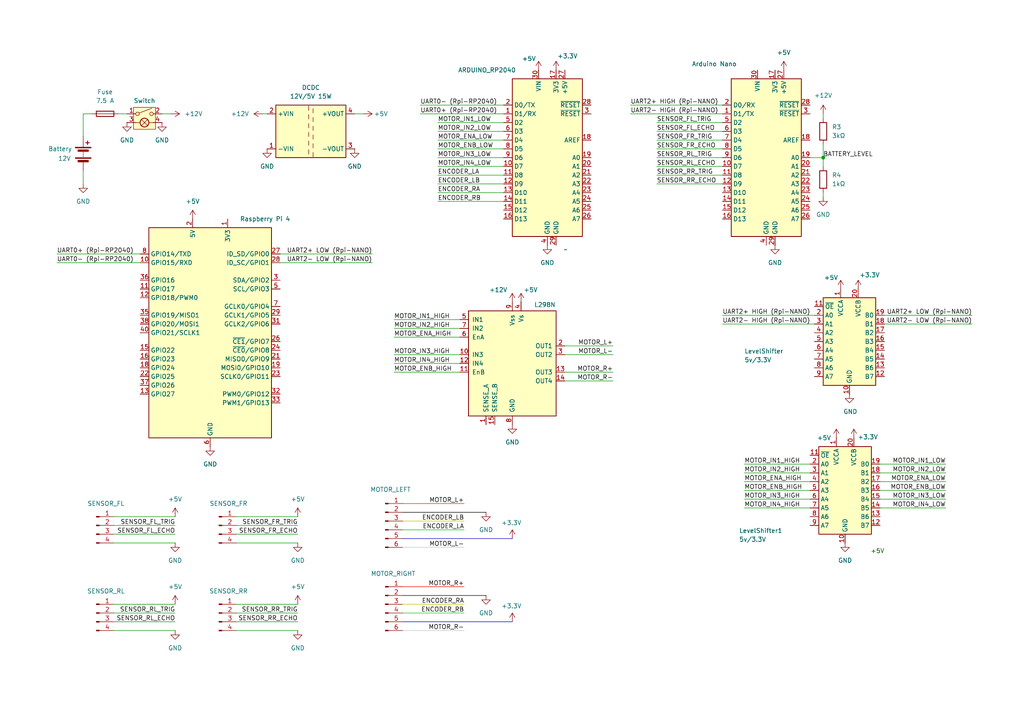
<source format=kicad_sch>
(kicad_sch (version 20231120) (generator "eeschema") (generator_version "8.0")
  (paper "A4")
  (lib_symbols
    (symbol "Connector:Conn_01x04_Pin" (pin_names (offset 1.016) hide)
      (property "Reference" "J" (at 0 5.08 0))
      (property "Value" "Conn_01x04_Pin" (at 0 -7.62 0))
      (symbol "Conn_01x04_Pin_1_1"
        (polyline (pts (xy 1.27 -5.08) (xy 0.8636 -5.08)) (stroke (width 0.1524)))
        (polyline (pts (xy 1.27 -2.54) (xy 0.8636 -2.54)) (stroke (width 0.1524)))
        (polyline (pts (xy 1.27 0) (xy 0.8636 0)) (stroke (width 0.1524)))
        (polyline (pts (xy 1.27 2.54) (xy 0.8636 2.54)) (stroke (width 0.1524)))
        (rectangle (start 0.8636 -4.953) (end 0 -5.207) (stroke (width 0.1524)) (fill (type outline)))
        (rectangle (start 0.8636 -2.413) (end 0 -2.667) (stroke (width 0.1524)) (fill (type outline)))
        (rectangle (start 0.8636 0.127) (end 0 -0.127) (stroke (width 0.1524)) (fill (type outline)))
        (rectangle (start 0.8636 2.667) (end 0 2.413) (stroke (width 0.1524)) (fill (type outline)))
        (pin passive line (at 5.08 2.54 180) (length 3.81) (name "Pin_1") (number "1"))
        (pin passive line (at 5.08 0 180) (length 3.81) (name "Pin_2") (number "2"))
        (pin passive line (at 5.08 -2.54 180) (length 3.81) (name "Pin_3") (number "3"))
        (pin passive line (at 5.08 -5.08 180) (length 3.81) (name "Pin_4") (number "4"))
      )
    )
    (symbol "Connector:Conn_01x06_Pin" (pin_names (offset 1.016) hide)
      (property "Reference" "J" (at 0 7.62 0))
      (property "Value" "Conn_01x06_Pin" (at 0 -10.16 0))
      (symbol "Conn_01x06_Pin_1_1"
        (polyline (pts (xy 1.27 -7.62) (xy 0.8636 -7.62)) (stroke (width 0.1524)))
        (polyline (pts (xy 1.27 -5.08) (xy 0.8636 -5.08)) (stroke (width 0.1524)))
        (polyline (pts (xy 1.27 -2.54) (xy 0.8636 -2.54)) (stroke (width 0.1524)))
        (polyline (pts (xy 1.27 0) (xy 0.8636 0)) (stroke (width 0.1524)))
        (polyline (pts (xy 1.27 2.54) (xy 0.8636 2.54)) (stroke (width 0.1524)))
        (polyline (pts (xy 1.27 5.08) (xy 0.8636 5.08)) (stroke (width 0.1524)))
        (rectangle (start 0.8636 -7.493) (end 0 -7.747) (stroke (width 0.1524)) (fill (type outline)))
        (rectangle (start 0.8636 -4.953) (end 0 -5.207) (stroke (width 0.1524)) (fill (type outline)))
        (rectangle (start 0.8636 -2.413) (end 0 -2.667) (stroke (width 0.1524)) (fill (type outline)))
        (rectangle (start 0.8636 0.127) (end 0 -0.127) (stroke (width 0.1524)) (fill (type outline)))
        (rectangle (start 0.8636 2.667) (end 0 2.413) (stroke (width 0.1524)) (fill (type outline)))
        (rectangle (start 0.8636 5.207) (end 0 4.953) (stroke (width 0.1524)) (fill (type outline)))
        (pin passive line (at 5.08 5.08 180) (length 3.81) (name "Pin_1") (number "1"))
        (pin passive line (at 5.08 2.54 180) (length 3.81) (name "Pin_2") (number "2"))
        (pin passive line (at 5.08 0 180) (length 3.81) (name "Pin_3") (number "3"))
        (pin passive line (at 5.08 -2.54 180) (length 3.81) (name "Pin_4") (number "4"))
        (pin passive line (at 5.08 -5.08 180) (length 3.81) (name "Pin_5") (number "5"))
        (pin passive line (at 5.08 -7.62 180) (length 3.81) (name "Pin_6") (number "6"))
      )
    )
    (symbol "Connector:Raspberry_Pi_2_3"
      (property "Reference" "J" (at -17.78 31.75 0))
      (property "Value" "Raspberry_Pi_2_3" (at 10.16 -31.75 0))
      (symbol "Raspberry_Pi_2_3_0_1"
        (rectangle (start -17.78 30.48) (end 17.78 -30.48) (stroke (width 0.254)) (fill (type background)))
      )
      (symbol "Raspberry_Pi_2_3_1_1"
        (pin power_in line (at 5.08 33.02 270) (length 2.54) (name "3V3") (number "1"))
        (pin bidirectional line (at -20.32 20.32 0) (length 2.54) (name "GPIO15/RXD") (number "10"))
        (pin bidirectional line (at -20.32 12.7 0) (length 2.54) (name "GPIO17") (number "11"))
        (pin bidirectional line (at -20.32 10.16 0) (length 2.54) (name "GPIO18/PWM0") (number "12"))
        (pin bidirectional line (at -20.32 -17.78 0) (length 2.54) (name "GPIO27") (number "13"))
        (pin passive line (at 0 -33.02 90) (length 2.54) hide (name "GND") (number "14"))
        (pin bidirectional line (at -20.32 -5.08 0) (length 2.54) (name "GPIO22") (number "15"))
        (pin bidirectional line (at -20.32 -7.62 0) (length 2.54) (name "GPIO23") (number "16"))
        (pin passive line (at 5.08 33.02 270) (length 2.54) hide (name "3V3") (number "17"))
        (pin bidirectional line (at -20.32 -10.16 0) (length 2.54) (name "GPIO24") (number "18"))
        (pin bidirectional line (at 20.32 -10.16 180) (length 2.54) (name "MOSI0/GPIO10") (number "19"))
        (pin power_in line (at -5.08 33.02 270) (length 2.54) (name "5V") (number "2"))
        (pin passive line (at 0 -33.02 90) (length 2.54) hide (name "GND") (number "20"))
        (pin bidirectional line (at 20.32 -7.62 180) (length 2.54) (name "MISO0/GPIO9") (number "21"))
        (pin bidirectional line (at -20.32 -12.7 0) (length 2.54) (name "GPIO25") (number "22"))
        (pin bidirectional line (at 20.32 -12.7 180) (length 2.54) (name "SCLK0/GPIO11") (number "23"))
        (pin bidirectional line (at 20.32 -5.08 180) (length 2.54) (name "~{CE0}/GPIO8") (number "24"))
        (pin passive line (at 0 -33.02 90) (length 2.54) hide (name "GND") (number "25"))
        (pin bidirectional line (at 20.32 -2.54 180) (length 2.54) (name "~{CE1}/GPIO7") (number "26"))
        (pin bidirectional line (at 20.32 22.86 180) (length 2.54) (name "ID_SD/GPIO0") (number "27"))
        (pin bidirectional line (at 20.32 20.32 180) (length 2.54) (name "ID_SC/GPIO1") (number "28"))
        (pin bidirectional line (at 20.32 5.08 180) (length 2.54) (name "GCLK1/GPIO5") (number "29"))
        (pin bidirectional line (at 20.32 15.24 180) (length 2.54) (name "SDA/GPIO2") (number "3"))
        (pin passive line (at 0 -33.02 90) (length 2.54) hide (name "GND") (number "30"))
        (pin bidirectional line (at 20.32 2.54 180) (length 2.54) (name "GCLK2/GPIO6") (number "31"))
        (pin bidirectional line (at 20.32 -17.78 180) (length 2.54) (name "PWM0/GPIO12") (number "32"))
        (pin bidirectional line (at 20.32 -20.32 180) (length 2.54) (name "PWM1/GPIO13") (number "33"))
        (pin passive line (at 0 -33.02 90) (length 2.54) hide (name "GND") (number "34"))
        (pin bidirectional line (at -20.32 5.08 0) (length 2.54) (name "GPIO19/MISO1") (number "35"))
        (pin bidirectional line (at -20.32 15.24 0) (length 2.54) (name "GPIO16") (number "36"))
        (pin bidirectional line (at -20.32 -15.24 0) (length 2.54) (name "GPIO26") (number "37"))
        (pin bidirectional line (at -20.32 2.54 0) (length 2.54) (name "GPIO20/MOSI1") (number "38"))
        (pin passive line (at 0 -33.02 90) (length 2.54) hide (name "GND") (number "39"))
        (pin passive line (at -5.08 33.02 270) (length 2.54) hide (name "5V") (number "4"))
        (pin bidirectional line (at -20.32 0 0) (length 2.54) (name "GPIO21/SCLK1") (number "40"))
        (pin bidirectional line (at 20.32 12.7 180) (length 2.54) (name "SCL/GPIO3") (number "5"))
        (pin power_in line (at 0 -33.02 90) (length 2.54) (name "GND") (number "6"))
        (pin bidirectional line (at 20.32 7.62 180) (length 2.54) (name "GCLK0/GPIO4") (number "7"))
        (pin bidirectional line (at -20.32 22.86 0) (length 2.54) (name "GPIO14/TXD") (number "8"))
        (pin passive line (at 0 -33.02 90) (length 2.54) hide (name "GND") (number "9"))
      )
    )
    (symbol "Device:Battery" (pin_numbers hide) (pin_names (offset 0) hide)
      (property "Reference" "BT" (at 2.54 2.54 0))
      (property "Value" "Battery" (at 2.54 0 0))
      (symbol "Battery_0_1"
        (rectangle (start -2.286 -1.27) (end 2.286 -1.524) (fill (type outline)))
        (rectangle (start -2.286 1.778) (end 2.286 1.524) (fill (type outline)))
        (rectangle (start -1.524 -2.032) (end 1.524 -2.54) (fill (type outline)))
        (rectangle (start -1.524 1.016) (end 1.524 0.508) (fill (type outline)))
        (polyline (pts (xy 0 -1.016) (xy 0 -0.762)))
        (polyline (pts (xy 0 -0.508) (xy 0 -0.254)))
        (polyline (pts (xy 0 0) (xy 0 0.254)))
        (polyline (pts (xy 0 1.778) (xy 0 2.54)))
        (polyline (pts (xy 0.762 3.048) (xy 1.778 3.048)) (stroke (width 0.254)))
        (polyline (pts (xy 1.27 3.556) (xy 1.27 2.54)) (stroke (width 0.254)))
      )
      (symbol "Battery_1_1"
        (pin passive line (at 0 5.08 270) (length 2.54) (name "+") (number "1"))
        (pin passive line (at 0 -5.08 90) (length 2.54) (name "-") (number "2"))
      )
    )
    (symbol "Device:Fuse" (pin_numbers hide) (pin_names (offset 0))
      (property "Reference" "F" (at 2.032 0 90))
      (property "Value" "Fuse" (at -1.905 0 90))
      (symbol "Fuse_0_1"
        (rectangle (start -0.762 -2.54) (end 0.762 2.54) (stroke (width 0.254)))
        (polyline (pts (xy 0 2.54) (xy 0 -2.54)))
      )
      (symbol "Fuse_1_1"
        (pin passive line (at 0 3.81 270) (length 1.27) (name "~") (number "1"))
        (pin passive line (at 0 -3.81 90) (length 1.27) (name "~") (number "2"))
      )
    )
    (symbol "Device:R" (pin_numbers hide) (pin_names (offset 0))
      (property "Reference" "R" (at 2.032 0 90))
      (property "Value" "R" (at 0 0 90))
      (symbol "R_0_1"
        (rectangle (start -1.016 -2.54) (end 1.016 2.54) (stroke (width 0.254)))
      )
      (symbol "R_1_1"
        (pin passive line (at 0 3.81 270) (length 1.27) (name "~") (number "1"))
        (pin passive line (at 0 -3.81 90) (length 1.27) (name "~") (number "2"))
      )
    )
    (symbol "Driver_Motor:L298N" (pin_names (offset 1.016))
      (property "Reference" "U" (at -10.16 16.51 0))
      (property "Value" "L298N" (at 12.7 16.51 0))
      (symbol "L298N_0_1"
        (rectangle (start -12.7 15.24) (end 12.7 -15.24) (stroke (width 0.254)) (fill (type background)))
      )
      (symbol "L298N_1_1"
        (pin power_in line (at -7.62 -17.78 90) (length 2.54) (name "SENSE_A") (number "1"))
        (pin input line (at -15.24 2.54 0) (length 2.54) (name "IN3") (number "10"))
        (pin input line (at -15.24 -2.54 0) (length 2.54) (name "EnB") (number "11"))
        (pin input line (at -15.24 0 0) (length 2.54) (name "IN4") (number "12"))
        (pin output line (at 15.24 -2.54 180) (length 2.54) (name "OUT3") (number "13"))
        (pin output line (at 15.24 -5.08 180) (length 2.54) (name "OUT4") (number "14"))
        (pin power_in line (at -5.08 -17.78 90) (length 2.54) (name "SENSE_B") (number "15"))
        (pin output line (at 15.24 5.08 180) (length 2.54) (name "OUT1") (number "2"))
        (pin output line (at 15.24 2.54 180) (length 2.54) (name "OUT2") (number "3"))
        (pin power_in line (at 2.54 17.78 270) (length 2.54) (name "Vs") (number "4"))
        (pin input line (at -15.24 12.7 0) (length 2.54) (name "IN1") (number "5"))
        (pin input line (at -15.24 7.62 0) (length 2.54) (name "EnA") (number "6"))
        (pin input line (at -15.24 10.16 0) (length 2.54) (name "IN2") (number "7"))
        (pin power_in line (at 0 -17.78 90) (length 2.54) (name "GND") (number "8"))
        (pin power_in line (at 0 17.78 270) (length 2.54) (name "Vss") (number "9"))
      )
    )
    (symbol "Logic_LevelTranslator:FXMA108"
      (property "Reference" "U" (at -6.35 13.97 0))
      (property "Value" "FXMA108" (at 7.62 13.97 0))
      (symbol "FXMA108_1_1"
        (rectangle (start -7.62 12.7) (end 7.62 -12.7) (stroke (width 0.254)) (fill (type background)))
        (pin power_in line (at -2.54 15.24 270) (length 2.54) (name "VCCA") (number "1"))
        (pin power_in line (at 0 -15.24 90) (length 2.54) (name "GND") (number "10"))
        (pin input line (at -10.16 10.16 0) (length 2.54) (name "~{OE}") (number "11"))
        (pin bidirectional line (at 10.16 -10.16 180) (length 2.54) (name "B7") (number "12"))
        (pin bidirectional line (at 10.16 -7.62 180) (length 2.54) (name "B6") (number "13"))
        (pin bidirectional line (at 10.16 -5.08 180) (length 2.54) (name "B5") (number "14"))
        (pin bidirectional line (at 10.16 -2.54 180) (length 2.54) (name "B4") (number "15"))
        (pin bidirectional line (at 10.16 0 180) (length 2.54) (name "B3") (number "16"))
        (pin bidirectional line (at 10.16 2.54 180) (length 2.54) (name "B2") (number "17"))
        (pin bidirectional line (at 10.16 5.08 180) (length 2.54) (name "B1") (number "18"))
        (pin bidirectional line (at 10.16 7.62 180) (length 2.54) (name "B0") (number "19"))
        (pin bidirectional line (at -10.16 7.62 0) (length 2.54) (name "A0") (number "2"))
        (pin power_in line (at 2.54 15.24 270) (length 2.54) (name "VCCB") (number "20"))
        (pin no_connect line (at 2.54 -12.7 90) (length 2.54) hide (name "NC") (number "21"))
        (pin bidirectional line (at -10.16 5.08 0) (length 2.54) (name "A1") (number "3"))
        (pin bidirectional line (at -10.16 2.54 0) (length 2.54) (name "A2") (number "4"))
        (pin bidirectional line (at -10.16 0 0) (length 2.54) (name "A3") (number "5"))
        (pin bidirectional line (at -10.16 -2.54 0) (length 2.54) (name "A4") (number "6"))
        (pin bidirectional line (at -10.16 -5.08 0) (length 2.54) (name "A5") (number "7"))
        (pin bidirectional line (at -10.16 -7.62 0) (length 2.54) (name "A6") (number "8"))
        (pin bidirectional line (at -10.16 -10.16 0) (length 2.54) (name "A7") (number "9"))
      )
    )
    (symbol "MCU_Module:Arduino_Nano_v2.x"
      (property "Reference" "A" (at -10.16 23.495 0))
      (property "Value" "Arduino_Nano_v2.x" (at 5.08 -24.13 0))
      (symbol "Arduino_Nano_v2.x_0_1"
        (rectangle (start -10.16 22.86) (end 10.16 -22.86) (stroke (width 0.254)) (fill (type background)))
      )
      (symbol "Arduino_Nano_v2.x_1_1"
        (pin bidirectional line (at -12.7 12.7 0) (length 2.54) (name "D1/TX") (number "1"))
        (pin bidirectional line (at -12.7 -2.54 0) (length 2.54) (name "D7") (number "10"))
        (pin bidirectional line (at -12.7 -5.08 0) (length 2.54) (name "D8") (number "11"))
        (pin bidirectional line (at -12.7 -7.62 0) (length 2.54) (name "D9") (number "12"))
        (pin bidirectional line (at -12.7 -10.16 0) (length 2.54) (name "D10") (number "13"))
        (pin bidirectional line (at -12.7 -12.7 0) (length 2.54) (name "D11") (number "14"))
        (pin bidirectional line (at -12.7 -15.24 0) (length 2.54) (name "D12") (number "15"))
        (pin bidirectional line (at -12.7 -17.78 0) (length 2.54) (name "D13") (number "16"))
        (pin power_out line (at 2.54 25.4 270) (length 2.54) (name "3V3") (number "17"))
        (pin input line (at 12.7 5.08 180) (length 2.54) (name "AREF") (number "18"))
        (pin bidirectional line (at 12.7 0 180) (length 2.54) (name "A0") (number "19"))
        (pin bidirectional line (at -12.7 15.24 0) (length 2.54) (name "D0/RX") (number "2"))
        (pin bidirectional line (at 12.7 -2.54 180) (length 2.54) (name "A1") (number "20"))
        (pin bidirectional line (at 12.7 -5.08 180) (length 2.54) (name "A2") (number "21"))
        (pin bidirectional line (at 12.7 -7.62 180) (length 2.54) (name "A3") (number "22"))
        (pin bidirectional line (at 12.7 -10.16 180) (length 2.54) (name "A4") (number "23"))
        (pin bidirectional line (at 12.7 -12.7 180) (length 2.54) (name "A5") (number "24"))
        (pin bidirectional line (at 12.7 -15.24 180) (length 2.54) (name "A6") (number "25"))
        (pin bidirectional line (at 12.7 -17.78 180) (length 2.54) (name "A7") (number "26"))
        (pin power_out line (at 5.08 25.4 270) (length 2.54) (name "+5V") (number "27"))
        (pin input line (at 12.7 15.24 180) (length 2.54) (name "~{RESET}") (number "28"))
        (pin power_in line (at 2.54 -25.4 90) (length 2.54) (name "GND") (number "29"))
        (pin input line (at 12.7 12.7 180) (length 2.54) (name "~{RESET}") (number "3"))
        (pin power_in line (at -2.54 25.4 270) (length 2.54) (name "VIN") (number "30"))
        (pin power_in line (at 0 -25.4 90) (length 2.54) (name "GND") (number "4"))
        (pin bidirectional line (at -12.7 10.16 0) (length 2.54) (name "D2") (number "5"))
        (pin bidirectional line (at -12.7 7.62 0) (length 2.54) (name "D3") (number "6"))
        (pin bidirectional line (at -12.7 5.08 0) (length 2.54) (name "D4") (number "7"))
        (pin bidirectional line (at -12.7 2.54 0) (length 2.54) (name "D5") (number "8"))
        (pin bidirectional line (at -12.7 0 0) (length 2.54) (name "D6") (number "9"))
      )
    )
    (symbol "MCU_Module:Arduino_RP2040"
      (property "Reference" "ARDUINO_RP2040" (at -15.748 25.4 0))
      (symbol "Arduino_RP2040_0_1"
        (rectangle (start -10.16 22.86) (end 10.16 -22.86) (stroke (width 0.254)) (fill (type background)))
      )
      (symbol "Arduino_RP2040_1_1"
        (pin bidirectional line (at -12.7 12.7 0) (length 2.54) (name "D1/RX") (number "1"))
        (pin bidirectional line (at -12.7 -2.54 0) (length 2.54) (name "D7") (number "10"))
        (pin bidirectional line (at -12.7 -5.08 0) (length 2.54) (name "D8") (number "11"))
        (pin bidirectional line (at -12.7 -7.62 0) (length 2.54) (name "D9") (number "12"))
        (pin bidirectional line (at -12.7 -10.16 0) (length 2.54) (name "D10") (number "13"))
        (pin bidirectional line (at -12.7 -12.7 0) (length 2.54) (name "D11") (number "14"))
        (pin bidirectional line (at -12.7 -15.24 0) (length 2.54) (name "D12") (number "15"))
        (pin bidirectional line (at -12.7 -17.78 0) (length 2.54) (name "D13") (number "16"))
        (pin power_out line (at 2.54 25.4 270) (length 2.54) (name "3V3") (number "17"))
        (pin input line (at 12.7 5.08 180) (length 2.54) (name "AREF") (number "18"))
        (pin bidirectional line (at 12.7 0 180) (length 2.54) (name "A0") (number "19"))
        (pin bidirectional line (at -12.7 15.24 0) (length 2.54) (name "D0/TX") (number "2"))
        (pin bidirectional line (at 12.7 -2.54 180) (length 2.54) (name "A1") (number "20"))
        (pin bidirectional line (at 12.7 -5.08 180) (length 2.54) (name "A2") (number "21"))
        (pin bidirectional line (at 12.7 -7.62 180) (length 2.54) (name "A3") (number "22"))
        (pin bidirectional line (at 12.7 -10.16 180) (length 2.54) (name "A4") (number "23"))
        (pin bidirectional line (at 12.7 -12.7 180) (length 2.54) (name "A5") (number "24"))
        (pin bidirectional line (at 12.7 -15.24 180) (length 2.54) (name "A6") (number "25"))
        (pin bidirectional line (at 12.7 -17.78 180) (length 2.54) (name "A7") (number "26"))
        (pin power_out line (at 5.08 25.4 270) (length 2.54) (name "+5V") (number "27"))
        (pin input line (at 12.7 15.24 180) (length 2.54) (name "~{RESET}") (number "28"))
        (pin power_in line (at 2.54 -25.4 90) (length 2.54) (name "GND") (number "29"))
        (pin input line (at 12.7 12.7 180) (length 2.54) (name "~{RESET}") (number "3"))
        (pin power_in line (at -2.54 25.4 270) (length 2.54) (name "VIN") (number "30"))
        (pin power_in line (at 0 -25.4 90) (length 2.54) (name "GND") (number "4"))
        (pin bidirectional line (at -12.7 10.16 0) (length 2.54) (name "D2") (number "5"))
        (pin bidirectional line (at -12.7 7.62 0) (length 2.54) (name "D3") (number "6"))
        (pin bidirectional line (at -12.7 5.08 0) (length 2.54) (name "D4") (number "7"))
        (pin bidirectional line (at -12.7 2.54 0) (length 2.54) (name "D5") (number "8"))
        (pin bidirectional line (at -12.7 0 0) (length 2.54) (name "D6") (number "9"))
      )
    )
    (symbol "Regulator_Switching:CRE1S0305S3C"
      (property "Reference" "U" (at -8.89 8.89 0))
      (property "Value" "CRE1S0305S3C" (at 2.54 8.89 0))
      (symbol "CRE1S0305S3C_0_1"
        (rectangle (start -10.16 7.62) (end 10.16 -7.62) (stroke (width 0.254)) (fill (type background)))
        (polyline (pts (xy -0.635 -5.334) (xy -0.635 -6.604)))
        (polyline (pts (xy -0.635 -2.794) (xy -0.635 -4.064)))
        (polyline (pts (xy -0.635 -0.254) (xy -0.635 -1.524)))
        (polyline (pts (xy -0.635 2.286) (xy -0.635 1.016)))
        (polyline (pts (xy -0.635 4.826) (xy -0.635 3.556)))
        (polyline (pts (xy -0.635 7.366) (xy -0.635 6.096)))
        (polyline (pts (xy 0.635 -7.366) (xy 0.635 -6.096)))
        (polyline (pts (xy 0.635 -4.826) (xy 0.635 -3.556)))
        (polyline (pts (xy 0.635 -2.286) (xy 0.635 -1.016)))
        (polyline (pts (xy 0.635 0.254) (xy 0.635 1.524)))
        (polyline (pts (xy 0.635 2.794) (xy 0.635 4.064)))
        (polyline (pts (xy 0.635 5.334) (xy 0.635 6.604)))
      )
      (symbol "CRE1S0305S3C_1_1"
        (pin power_in line (at -12.7 -5.08 0) (length 2.54) (name "-VIN") (number "1"))
        (pin power_in line (at -12.7 5.08 0) (length 2.54) (name "+VIN") (number "2"))
        (pin power_out line (at 12.7 -5.08 180) (length 2.54) (name "-VOUT") (number "3"))
        (pin power_out line (at 12.7 5.08 180) (length 2.54) (name "+VOUT") (number "4"))
      )
    )
    (symbol "Switch:SW_SPST_Lamp" (pin_names (offset 1.016) hide)
      (property "Reference" "SW" (at 0 6.35 0))
      (property "Value" "SW_SPST_Lamp" (at 0 -3.81 0))
      (symbol "SW_SPST_Lamp_0_1"
        (circle (center -2.032 2.54) (radius 0.508))
        (polyline (pts (xy -2.54 0) (xy -1.27 0)))
        (polyline (pts (xy -1.524 2.794) (xy 2.159 4.191)))
        (polyline (pts (xy -0.889 -0.889) (xy 0.889 0.889)))
        (polyline (pts (xy 0.889 -0.889) (xy -0.889 0.889)))
        (polyline (pts (xy 2.54 0) (xy 1.27 0)))
        (circle (center 0 0) (radius 1.27) (stroke (width 0.254)))
        (circle (center 2.032 2.54) (radius 0.508))
        (pin passive line (at -5.08 2.54 0) (length 2.54) (name "1") (number "1"))
        (pin passive line (at 5.08 2.54 180) (length 2.54) (name "2") (number "2"))
        (pin passive line (at -5.08 0 0) (length 2.54) (name "L") (number "3"))
        (pin passive line (at 5.08 0 180) (length 2.54) (name "L") (number "4"))
      )
      (symbol "SW_SPST_Lamp_1_1"
        (rectangle (start -3.175 4.445) (end 3.175 -1.905) (fill (type background)))
      )
    )
    (symbol "power:+12V" (power) (pin_numbers hide) (pin_names (offset 0) hide)
      (property "Value" "+12V" (at 0 3.556 0))
      (symbol "+12V_0_1"
        (polyline (pts (xy -0.762 1.27) (xy 0 2.54)))
        (polyline (pts (xy 0 0) (xy 0 2.54)))
        (polyline (pts (xy 0 2.54) (xy 0.762 1.27)))
      )
      (symbol "+12V_1_1"
        (pin power_in line (at 0 0 90) (length 0) (name "~") (number "1"))
      )
    )
    (symbol "power:+3.3V" (power) (pin_numbers hide) (pin_names (offset 0) hide)
      (property "Value" "+3.3V" (at 0 3.556 0))
      (symbol "+3.3V_0_1"
        (polyline (pts (xy -0.762 1.27) (xy 0 2.54)))
        (polyline (pts (xy 0 0) (xy 0 2.54)))
        (polyline (pts (xy 0 2.54) (xy 0.762 1.27)))
      )
      (symbol "+3.3V_1_1"
        (pin power_in line (at 0 0 90) (length 0) (name "~") (number "1"))
      )
    )
    (symbol "power:+5V" (power) (pin_numbers hide) (pin_names (offset 0) hide)
      (property "Value" "+5V" (at 0 3.556 0))
      (symbol "+5V_0_1"
        (polyline (pts (xy -0.762 1.27) (xy 0 2.54)))
        (polyline (pts (xy 0 0) (xy 0 2.54)))
        (polyline (pts (xy 0 2.54) (xy 0.762 1.27)))
      )
      (symbol "+5V_1_1"
        (pin power_in line (at 0 0 90) (length 0) (name "~") (number "1"))
      )
    )
    (symbol "power:GND" (power) (pin_numbers hide) (pin_names (offset 0) hide)
      (property "Value" "GND" (at 0 -3.81 0))
      (symbol "GND_0_1"
        (polyline (pts (xy 0 0) (xy 0 -1.27) (xy 1.27 -1.27) (xy 0 -2.54) (xy -1.27 -1.27) (xy 0 -1.27)))
      )
      (symbol "GND_1_1"
        (pin power_in line (at 0 0 270) (length 0) (name "~") (number "1"))
      )
    )
  )
  (junction (at 238.76 45.72))
  (wire (pts (xy 190.5 45.72) (xy 209.55 45.72)))
  (wire (pts (xy 114.3 95.25) (xy 133.35 95.25)))
  (wire (pts (xy 209.55 93.98) (xy 236.22 93.98)))
  (wire (pts (xy 121.92 30.48) (xy 146.05 30.48)))
  (wire (pts (xy 16.51 73.66) (xy 40.64 73.66)))
  (wire (pts (xy 163.83 102.87) (xy 177.8 102.87)))
  (wire (pts (xy 190.5 40.64) (xy 209.55 40.64)))
  (wire (pts (xy 215.9 137.16) (xy 234.95 137.16)))
  (wire (pts (xy 81.28 76.2) (xy 107.95 76.2)))
  (wire (pts (xy 163.83 110.49) (xy 177.8 110.49)))
  (wire (pts (xy 68.58 152.4) (xy 86.36 152.4)))
  (wire (pts (xy 255.27 142.24) (xy 274.32 142.24)))
  (wire (pts (xy 182.88 30.48) (xy 209.55 30.48)))
  (wire (pts (xy 255.27 147.32) (xy 274.32 147.32)))
  (wire (pts (xy 163.83 107.95) (xy 177.8 107.95)))
  (wire (pts (xy 114.3 102.87) (xy 133.35 102.87)))
  (wire (pts (xy 215.9 144.78) (xy 234.95 144.78)))
  (wire (pts (xy 127 45.72) (xy 146.05 45.72)))
  (wire (pts (xy 33.02 182.88) (xy 50.8 182.88)))
  (wire (pts (xy 68.58 177.8) (xy 86.36 177.8)))
  (wire (pts (xy 238.76 33.02) (xy 238.76 34.29)))
  (wire (pts (xy 33.02 175.26) (xy 50.8 175.26)))
  (wire (pts (xy 116.84 151.13) (xy 134.62 151.13)) (stroke (width 0) (color 194 194 0 1)))
  (wire (pts (xy 114.3 92.71) (xy 133.35 92.71)))
  (wire (pts (xy 68.58 154.94) (xy 86.36 154.94)))
  (wire (pts (xy 182.88 33.02) (xy 209.55 33.02)))
  (wire (pts (xy 127 53.34) (xy 146.05 53.34)))
  (wire (pts (xy 24.13 33.02) (xy 24.13 39.37)))
  (wire (pts (xy 116.84 170.18) (xy 134.62 170.18)) (stroke (width 0) (color 255 0 0 1)))
  (wire (pts (xy 116.84 182.88) (xy 134.62 182.88)) (stroke (width 0) (color 194 194 194 1)))
  (wire (pts (xy 116.84 148.59) (xy 140.97 148.59)) (stroke (width 0) (color 0 0 0 1)))
  (wire (pts (xy 68.58 180.34) (xy 86.36 180.34)))
  (wire (pts (xy 116.84 158.75) (xy 134.62 158.75)) (stroke (width 0) (color 194 194 194 1)))
  (wire (pts (xy 127 35.56) (xy 146.05 35.56)))
  (wire (pts (xy 68.58 149.86) (xy 86.36 149.86)))
  (wire (pts (xy 68.58 157.48) (xy 86.36 157.48)))
  (wire (pts (xy 116.84 146.05) (xy 134.62 146.05)) (stroke (width 0) (color 255 0 0 1)))
  (wire (pts (xy 116.84 172.72) (xy 140.97 172.72)) (stroke (width 0) (color 0 0 0 1)))
  (wire (pts (xy 116.84 175.26) (xy 134.62 175.26)) (stroke (width 0) (color 194 194 0 1)))
  (wire (pts (xy 33.02 180.34) (xy 50.8 180.34)))
  (wire (pts (xy 190.5 53.34) (xy 209.55 53.34)))
  (wire (pts (xy 190.5 50.8) (xy 209.55 50.8)))
  (wire (pts (xy 255.27 144.78) (xy 274.32 144.78)))
  (wire (pts (xy 33.02 177.8) (xy 50.8 177.8)))
  (wire (pts (xy 46.99 33.02) (xy 49.53 33.02)))
  (wire (pts (xy 238.76 41.91) (xy 238.76 45.72)))
  (wire (pts (xy 190.5 48.26) (xy 209.55 48.26)))
  (wire (pts (xy 81.28 73.66) (xy 107.95 73.66)))
  (wire (pts (xy 114.3 105.41) (xy 133.35 105.41)))
  (wire (pts (xy 238.76 45.72) (xy 238.76 48.26)))
  (wire (pts (xy 255.27 134.62) (xy 274.32 134.62)))
  (wire (pts (xy 116.84 177.8) (xy 134.62 177.8)) (stroke (width 0) (color 0 194 0 1)))
  (wire (pts (xy 163.83 100.33) (xy 177.8 100.33)))
  (wire (pts (xy 76.2 33.02) (xy 77.47 33.02)))
  (wire (pts (xy 234.95 45.72) (xy 238.76 45.72)))
  (wire (pts (xy 127 58.42) (xy 146.05 58.42)))
  (wire (pts (xy 116.84 153.67) (xy 134.62 153.67)) (stroke (width 0) (color 0 194 0 1)))
  (wire (pts (xy 24.13 49.53) (xy 24.13 53.34)))
  (wire (pts (xy 34.29 33.02) (xy 36.83 33.02)))
  (wire (pts (xy 127 40.64) (xy 146.05 40.64)))
  (wire (pts (xy 24.13 33.02) (xy 26.67 33.02)))
  (wire (pts (xy 116.84 180.34) (xy 148.59 180.34)) (stroke (width 0) (color 0 0 194 1)))
  (wire (pts (xy 255.27 137.16) (xy 274.32 137.16)))
  (wire (pts (xy 68.58 175.26) (xy 86.36 175.26)))
  (wire (pts (xy 190.5 38.1) (xy 209.55 38.1)))
  (wire (pts (xy 256.54 93.98) (xy 281.94 93.98)))
  (wire (pts (xy 16.51 76.2) (xy 40.64 76.2)))
  (wire (pts (xy 33.02 157.48) (xy 50.8 157.48)))
  (wire (pts (xy 190.5 35.56) (xy 209.55 35.56)))
  (wire (pts (xy 255.27 139.7) (xy 274.32 139.7)))
  (wire (pts (xy 215.9 139.7) (xy 234.95 139.7)))
  (wire (pts (xy 215.9 134.62) (xy 234.95 134.62)))
  (wire (pts (xy 114.3 107.95) (xy 133.35 107.95)))
  (wire (pts (xy 68.58 182.88) (xy 86.36 182.88)))
  (wire (pts (xy 256.54 91.44) (xy 281.94 91.44)))
  (wire (pts (xy 114.3 97.79) (xy 133.35 97.79)))
  (wire (pts (xy 127 50.8) (xy 146.05 50.8)))
  (wire (pts (xy 102.87 33.02) (xy 105.41 33.02)))
  (wire (pts (xy 116.84 156.21) (xy 148.59 156.21)) (stroke (width 0) (color 0 0 194 1)))
  (wire (pts (xy 127 48.26) (xy 146.05 48.26)))
  (wire (pts (xy 33.02 149.86) (xy 50.8 149.86)))
  (wire (pts (xy 127 43.18) (xy 146.05 43.18)))
  (wire (pts (xy 209.55 91.44) (xy 236.22 91.44)))
  (wire (pts (xy 127 55.88) (xy 146.05 55.88)))
  (wire (pts (xy 238.76 57.15) (xy 238.76 55.88)))
  (wire (pts (xy 33.02 154.94) (xy 50.8 154.94)))
  (wire (pts (xy 190.5 43.18) (xy 209.55 43.18)))
  (wire (pts (xy 215.9 142.24) (xy 234.95 142.24)))
  (wire (pts (xy 33.02 152.4) (xy 50.8 152.4)))
  (wire (pts (xy 127 38.1) (xy 146.05 38.1)))
  (wire (pts (xy 215.9 147.32) (xy 234.95 147.32)))
  (wire (pts (xy 121.92 33.02) (xy 146.05 33.02)))
  (text "+5V" (at 254.508 160.02 0) (effects (font (size 1.27 1.27))))
  (label "MOTOR_L-" (at 134.62 158.75 180))
  (label "MOTOR_ENB_LOW" (at 127 43.18 0))
  (label "SENSOR_FL_TRIG" (at 190.5 35.56 0))
  (label "MOTOR_IN4_HIGH" (at 215.9 147.32 0))
  (label "MOTOR_IN1_HIGH" (at 114.3 92.71 0))
  (label "ENCODER_LB" (at 134.62 151.13 180))
  (label "MOTOR_ENA_LOW" (at 127 40.64 0))
  (label "ENCODER_LB" (at 127 53.34 0))
  (label "SENSOR_RL_TRIG" (at 190.5 45.72 0))
  (label "SENSOR_RL_ECHO" (at 50.8 180.34 180))
  (label "MOTOR_IN2_LOW" (at 274.32 137.16 180))
  (label "UART2- LOW (Rpi-NANO)" (at 281.94 93.98 180))
  (label "MOTOR_IN4_HIGH" (at 114.3 105.41 0))
  (label "SENSOR_RL_TRIG" (at 50.8 177.8 180))
  (label "MOTOR_L+" (at 134.62 146.05 180))
  (label "BATTERY_LEVEL" (at 238.76 45.72 0))
  (label "ENCODER_RB" (at 127 58.42 0))
  (label "MOTOR_IN3_HIGH" (at 215.9 144.78 0))
  (label "MOTOR_R-" (at 177.8 110.49 180))
  (label "SENSOR_FR_TRIG" (at 86.36 152.4 180))
  (label "UART0- (Rpi-RP2040)" (at 121.92 30.48 0))
  (label "SENSOR_FR_TRIG" (at 190.5 40.64 0))
  (label "MOTOR_IN2_HIGH" (at 114.3 95.25 0))
  (label "MOTOR_IN1_LOW" (at 274.32 134.62 180))
  (label "UART2+ HIGH (Rpi-NANO)" (at 182.88 30.48 0))
  (label "MOTOR_ENB_LOW" (at 274.32 142.24 180))
  (label "UART2- LOW (Rpi-NANO)" (at 107.95 76.2 180))
  (label "UART0- (Rpi-RP2040)" (at 16.51 76.2 0))
  (label "ENCODER_LA" (at 134.62 153.67 180))
  (label "UART2- HIGH (Rpi-NANO)" (at 209.55 93.98 0))
  (label "ENCODER_RB" (at 134.62 177.8 180))
  (label "UART2+ LOW (Rpi-NANO)" (at 107.95 73.66 180))
  (label "MOTOR_IN2_LOW" (at 127 38.1 0))
  (label "MOTOR_IN1_LOW" (at 127 35.56 0))
  (label "MOTOR_ENA_HIGH" (at 215.9 139.7 0))
  (label "MOTOR_R-" (at 134.62 182.88 180))
  (label "ENCODER_LA" (at 127 50.8 0))
  (label "MOTOR_IN1_HIGH" (at 215.9 134.62 0))
  (label "MOTOR_L-" (at 177.8 102.87 180))
  (label "UART2+ LOW (Rpi-NANO)" (at 281.94 91.44 180))
  (label "MOTOR_IN2_HIGH" (at 215.9 137.16 0))
  (label "SENSOR_RR_ECHO" (at 190.5 53.34 0))
  (label "MOTOR_ENA_HIGH" (at 114.3 97.79 0))
  (label "ENCODER_RA" (at 134.62 175.26 180))
  (label "SENSOR_FL_TRIG" (at 50.8 152.4 180))
  (label "MOTOR_IN4_LOW" (at 127 48.26 0))
  (label "MOTOR_ENA_LOW" (at 274.32 139.7 180))
  (label "SENSOR_RR_TRIG" (at 86.36 177.8 180))
  (label "SENSOR_FL_ECHO" (at 190.5 38.1 0))
  (label "SENSOR_RR_TRIG" (at 190.5 50.8 0))
  (label "MOTOR_L+" (at 177.8 100.33 180))
  (label "UART0+ (Rpi-RP2040)" (at 121.92 33.02 0))
  (label "UART0+ (Rpi-RP2040)" (at 16.51 73.66 0))
  (label "MOTOR_IN4_LOW" (at 274.32 147.32 180))
  (label "MOTOR_IN3_LOW" (at 127 45.72 0))
  (label "SENSOR_FR_ECHO" (at 86.36 154.94 180))
  (label "MOTOR_ENB_HIGH" (at 114.3 107.95 0))
  (label "SENSOR_RL_ECHO" (at 190.5 48.26 0))
  (label "UART2- HIGH (Rpi-NANO)" (at 182.88 33.02 0))
  (label "MOTOR_IN3_HIGH" (at 114.3 102.87 0))
  (label "SENSOR_RR_ECHO" (at 86.36 180.34 180))
  (label "MOTOR_ENB_HIGH" (at 215.9 142.24 0))
  (label "UART2+ HIGH (Rpi-NANO)" (at 209.55 91.44 0))
  (label "ENCODER_RA" (at 127 55.88 0))
  (label "SENSOR_FL_ECHO" (at 50.8 154.94 180))
  (label "SENSOR_FR_ECHO" (at 190.5 43.18 0))
  (label "MOTOR_R+" (at 134.62 170.18 180))
  (label "MOTOR_R+" (at 177.8 107.95 180))
  (label "MOTOR_IN3_LOW" (at 274.32 144.78 180))
  (symbol (lib_id "Connector:Conn_01x04_Pin") (at 63.5 152.4 0) (unit 1)
    (property "Reference" "J4" (effects (hide yes)))
    (property "Value" "SENSOR_FR" (at 66.294 146.05 0))
    (property "Description" "Generic connector, single row, 01x04, script generated" (effects (hide yes)))
  )
  (symbol (lib_id "power:+5V") (at 105.41 33.02 270) (unit 1)
    (property "Reference" "#PWR016" (effects (hide yes)))
    (property "Value" "+5V" (at 110.49 33.02 90))
    (property "Description" "Power symbol creates a global label with name \"+5V\"" (effects (hide yes)))
  )
  (symbol (lib_id "power:GND") (at 140.97 148.59 0) (unit 1)
    (property "Reference" "#PWR037" (effects (hide yes)))
    (property "Value" "GND" (at 140.97 153.67 0))
    (property "Description" "Power symbol creates a global label with name \"GND\" , ground" (effects (hide yes)))
  )
  (symbol (lib_id "power:+5V") (at 50.8 175.26 0) (unit 1)
    (property "Reference" "#PWR029" (effects (hide yes)))
    (property "Value" "+5V" (at 50.8 170.18 0))
    (property "Description" "Power symbol creates a global label with name \"+5V\"" (effects (hide yes)))
  )
  (symbol (lib_id "Driver_Motor:L298N") (at 148.59 105.41 0) (unit 1)
    (property "Reference" "U1" (effects (hide yes)))
    (property "Value" "L298N" (at 154.94 88.392 0) (effects (justify left)))
    (property "Footprint" "Package_TO_SOT_THT:TO-220-15_P2.54x2.54mm_StaggerOdd_Lead4.58mm_Vertical" (effects (hide yes)))
    (property "Datasheet" "http://www.st.com/st-web-ui/static/active/en/resource/technical/document/datasheet/CD00000240.pdf" (effects (hide yes)))
    (property "Description" "Dual full bridge motor driver, up to 46V, 4A, Multiwatt15-V" (effects (hide yes)))
  )
  (symbol (lib_id "Connector:Conn_01x06_Pin") (at 111.76 151.13 0) (unit 1)
    (property "Reference" "J6" (effects (hide yes)))
    (property "Value" "MOTOR_LEFT" (at 113.284 141.986 0))
    (property "Description" "Generic connector, single row, 01x06, script generated" (effects (hide yes)))
  )
  (symbol (lib_id "power:GND") (at 24.13 53.34 0) (unit 1)
    (property "Reference" "#PWR015" (effects (hide yes)))
    (property "Value" "GND" (at 24.13 58.42 0))
    (property "Description" "Power symbol creates a global label with name \"GND\" , ground" (effects (hide yes)))
  )
  (symbol (lib_id "power:+5V") (at 148.59 156.21 0) (unit 1)
    (property "Reference" "#PWR038" (effects (hide yes)))
    (property "Value" "+3.3V" (at 148.336 151.638 0))
    (property "Description" "Power symbol creates a global label with name \"+5V\"" (effects (hide yes)))
  )
  (symbol (lib_id "power:+5V") (at 50.8 149.86 0) (unit 1)
    (property "Reference" "#PWR028" (effects (hide yes)))
    (property "Value" "+5V" (at 50.8 144.78 0))
    (property "Description" "Power symbol creates a global label with name \"+5V\"" (effects (hide yes)))
  )
  (symbol (lib_id "Connector:Conn_01x04_Pin") (at 27.94 152.4 0) (unit 1)
    (property "Reference" "J2" (effects (hide yes)))
    (property "Value" "SENSOR_FL" (at 30.734 146.05 0))
    (property "Description" "Generic connector, single row, 01x04, script generated" (effects (hide yes)))
  )
  (symbol (lib_id "Regulator_Switching:CRE1S0305S3C") (at 90.17 38.1 0) (unit 1)
    (property "Reference" "DCDC" (at 90.17 25.4 0))
    (property "Value" "12V/5V 15W" (at 90.17 27.94 0))
    (property "Footprint" "Converter_DCDC:Converter_DCDC_Murata_CRE1xxxxxx3C_THT" (effects (hide yes)))
    (property "Datasheet" "http://power.murata.com/datasheet?/data/power/ncl/kdc_cre1.pdf" (effects (hide yes)))
    (property "Description" "3.3V to 5V 200mA, Isolated 2W Single-Output DC-DC Converter Modules with 3kV isolation, SIP-4" (effects (hide yes)))
  )
  (symbol (lib_id "power:+5V") (at 86.36 175.26 0) (unit 1)
    (property "Reference" "#PWR033" (effects (hide yes)))
    (property "Value" "+5V" (at 86.36 170.18 0))
    (property "Description" "Power symbol creates a global label with name \"+5V\"" (effects (hide yes)))
  )
  (symbol (lib_id "power:GND") (at 77.47 43.18 0) (unit 1)
    (property "Reference" "#PWR05" (effects (hide yes)))
    (property "Value" "GND" (at 77.47 48.26 0))
    (property "Description" "Power symbol creates a global label with name \"GND\" , ground" (effects (hide yes)))
  )
  (symbol (lib_id "Device:R") (at 238.76 38.1 0) (unit 1)
    (property "Reference" "R3" (at 241.3 36.8299 0) (effects (justify left)))
    (property "Value" "3kΩ" (at 241.3 39.3699 0) (effects (justify left)))
    (property "Description" "Resistor" (effects (hide yes)))
  )
  (symbol (lib_id "power:GND") (at 46.99 35.56 0) (unit 1)
    (property "Reference" "#PWR02" (effects (hide yes)))
    (property "Value" "GND" (at 46.99 40.64 0))
    (property "Description" "Power symbol creates a global label with name \"GND\" , ground" (effects (hide yes)))
  )
  (symbol (lib_id "power:+5V") (at 55.88 63.5 0) (unit 1)
    (property "Reference" "#PWR04" (effects (hide yes)))
    (property "Value" "+5V" (at 55.88 58.42 0))
    (property "Description" "Power symbol creates a global label with name \"+5V\"" (effects (hide yes)))
  )
  (symbol (lib_id "Logic_LevelTranslator:FXMA108") (at 246.38 99.06 0) (unit 1)
    (property "Reference" "LevelShifter" (at 215.9 101.854 0) (effects (justify left)))
    (property "Value" "5v/3.3V" (at 215.9 104.394 0) (effects (justify left)))
    (property "Footprint" "Package_DFN_QFN:WQFN-20-1EP_2.5x4.5mm_P0.5mm_EP1x2.9mm" (effects (hide yes)))
    (property "Datasheet" "http://www.onsemi.com/pub/Collateral/FXMA108-D.pdf" (effects (hide yes)))
    (property "Description" "Dual-Supply, 8-Bit Signal Translator with Configurable Voltage Supplies and Signals Levels, 3-State Outputs and Auto Direction Sensing, WQFN-20" (effects (hide yes)))
  )
  (symbol (lib_id "power:GND") (at 158.75 71.12 0) (unit 1)
    (property "Reference" "#PWR023" (effects (hide yes)))
    (property "Value" "GND" (at 158.75 76.2 0))
    (property "Description" "Power symbol creates a global label with name \"GND\" , ground" (effects (hide yes)))
  )
  (symbol (lib_id "power:+5V") (at 227.33 20.32 0) (unit 1)
    (property "Reference" "#PWR018" (effects (hide yes)))
    (property "Value" "+5V" (at 227.33 15.24 0))
    (property "Description" "Power symbol creates a global label with name \"+5V\"" (effects (hide yes)))
  )
  (symbol (lib_id "Connector:Conn_01x04_Pin") (at 63.5 177.8 0) (unit 1)
    (property "Reference" "J5" (effects (hide yes)))
    (property "Value" "SENSOR_RR" (at 66.294 171.45 0))
    (property "Description" "Generic connector, single row, 01x04, script generated" (effects (hide yes)))
  )
  (symbol (lib_id "MCU_Module:Arduino_RP2040") (at 158.75 45.72 0) (unit 1)
    (property "Reference" "ARDUINO_RP2040" (at 132.842 20.32 0) (effects (justify left)))
    (property "Value" "~" (at 163.4841 72.39 0) (effects (justify left)))
  )
  (symbol (lib_id "power:+12V") (at 49.53 33.02 270) (unit 1)
    (property "Reference" "#PWR03" (effects (hide yes)))
    (property "Value" "+12V" (at 56.134 33.02 90))
    (property "Description" "Power symbol creates a global label with name \"+12V\"" (effects (hide yes)))
  )
  (symbol (lib_id "Switch:SW_SPST_Lamp") (at 41.91 35.56 0) (unit 1)
    (property "Reference" "dsd" (effects (hide yes)))
    (property "Value" "Switch" (at 41.91 29.21 0))
    (property "Description" "Single Pole Single Throw (SPST) switch with signal lamp, generic" (effects (hide yes)))
  )
  (symbol (lib_id "power:+5V") (at 148.59 180.34 0) (unit 1)
    (property "Reference" "#PWR036" (effects (hide yes)))
    (property "Value" "+3.3V" (at 148.336 175.768 0))
    (property "Description" "Power symbol creates a global label with name \"+5V\"" (effects (hide yes)))
  )
  (symbol (lib_id "power:+3.3V") (at 161.29 20.32 0) (unit 1)
    (property "Reference" "#PWR025" (effects (hide yes)))
    (property "Value" "+3.3V" (at 164.592 16.256 0))
    (property "Description" "Power symbol creates a global label with name \"+3.3V\"" (effects (hide yes)))
  )
  (symbol (lib_id "power:GND") (at 140.97 172.72 0) (unit 1)
    (property "Reference" "#PWR035" (effects (hide yes)))
    (property "Value" "GND" (at 140.97 177.8 0))
    (property "Description" "Power symbol creates a global label with name \"GND\" , ground" (effects (hide yes)))
  )
  (symbol (lib_id "power:GND") (at 102.87 43.18 0) (unit 1)
    (property "Reference" "#PWR06" (effects (hide yes)))
    (property "Value" "GND" (at 102.87 48.26 0))
    (property "Description" "Power symbol creates a global label with name \"GND\" , ground" (effects (hide yes)))
  )
  (symbol (lib_id "power:+5V") (at 242.57 127 0) (unit 1)
    (property "Reference" "#PWR019" (effects (hide yes)))
    (property "Value" "+5V" (at 239.014 127 0))
    (property "Description" "Power symbol creates a global label with name \"+5V\"" (effects (hide yes)))
  )
  (symbol (lib_id "power:GND") (at 86.36 182.88 0) (unit 1)
    (property "Reference" "#PWR034" (effects (hide yes)))
    (property "Value" "GND" (at 86.36 187.96 0))
    (property "Description" "Power symbol creates a global label with name \"GND\" , ground" (effects (hide yes)))
  )
  (symbol (lib_id "power:GND") (at 224.79 71.12 0) (unit 1)
    (property "Reference" "#PWR012" (effects (hide yes)))
    (property "Value" "GND" (at 224.79 76.2 0))
    (property "Description" "Power symbol creates a global label with name \"GND\" , ground" (effects (hide yes)))
  )
  (symbol (lib_id "power:+5V") (at 243.84 83.82 0) (unit 1)
    (property "Reference" "#PWR011" (effects (hide yes)))
    (property "Value" "+5V" (at 241.046 80.518 0))
    (property "Description" "Power symbol creates a global label with name \"+5V\"" (effects (hide yes)))
  )
  (symbol (lib_id "power:GND") (at 36.83 35.56 0) (unit 1)
    (property "Reference" "#PWR09" (effects (hide yes)))
    (property "Value" "GND" (at 36.83 40.64 0))
    (property "Description" "Power symbol creates a global label with name \"GND\" , ground" (effects (hide yes)))
  )
  (symbol (lib_id "Connector:Conn_01x04_Pin") (at 27.94 177.8 0) (unit 1)
    (property "Reference" "J3" (effects (hide yes)))
    (property "Value" "SENSOR_RL" (at 30.734 171.45 0))
    (property "Description" "Generic connector, single row, 01x04, script generated" (effects (hide yes)))
  )
  (symbol (lib_id "power:+12V") (at 76.2 33.02 90) (unit 1)
    (property "Reference" "#PWR013" (effects (hide yes)))
    (property "Value" "+12V" (at 69.596 33.02 90))
    (property "Description" "Power symbol creates a global label with name \"+12V\"" (effects (hide yes)))
  )
  (symbol (lib_id "power:GND") (at 60.96 129.54 0) (unit 1)
    (property "Reference" "#PWR014" (effects (hide yes)))
    (property "Value" "GND" (at 60.96 134.62 0))
    (property "Description" "Power symbol creates a global label with name \"GND\" , ground" (effects (hide yes)))
  )
  (symbol (lib_id "Connector:Conn_01x06_Pin") (at 111.76 175.26 0) (unit 1)
    (property "Reference" "J7" (effects (hide yes)))
    (property "Value" "MOTOR_RIGHT" (at 114.046 166.37 0))
    (property "Description" "Generic connector, single row, 01x06, script generated" (effects (hide yes)))
  )
  (symbol (lib_id "power:+12V") (at 148.59 87.63 0) (unit 1)
    (property "Reference" "#PWR01" (effects (hide yes)))
    (property "Value" "+12V" (at 144.526 84.074 0))
    (property "Description" "Power symbol creates a global label with name \"+12V\"" (effects (hide yes)))
  )
  (symbol (lib_id "power:GND") (at 238.76 57.15 0) (unit 1)
    (property "Reference" "#PWR024" (effects (hide yes)))
    (property "Value" "GND" (at 238.76 62.23 0))
    (property "Description" "Power symbol creates a global label with name \"GND\" , ground" (effects (hide yes)))
  )
  (symbol (lib_id "power:+12V") (at 238.76 33.02 0) (unit 1)
    (property "Reference" "#PWR022" (effects (hide yes)))
    (property "Value" "+12V" (at 238.76 27.686 0))
    (property "Description" "Power symbol creates a global label with name \"+12V\"" (effects (hide yes)))
  )
  (symbol (lib_id "power:GND") (at 148.59 123.19 0) (unit 1)
    (property "Reference" "#PWR010" (effects (hide yes)))
    (property "Value" "GND" (at 148.59 128.27 0))
    (property "Description" "Power symbol creates a global label with name \"GND\" , ground" (effects (hide yes)))
  )
  (symbol (lib_id "power:GND") (at 86.36 157.48 0) (unit 1)
    (property "Reference" "#PWR032" (effects (hide yes)))
    (property "Value" "GND" (at 86.36 162.56 0))
    (property "Description" "Power symbol creates a global label with name \"GND\" , ground" (effects (hide yes)))
  )
  (symbol (lib_id "MCU_Module:Arduino_Nano_v2.x") (at 222.25 45.72 0) (unit 1)
    (property "Reference" "A1" (effects (hide yes)))
    (property "Value" "Arduino Nano" (at 200.66 18.542 0) (effects (justify left)))
    (property "Footprint" "Module:Arduino_Nano" (effects (hide yes)))
    (property "Datasheet" "https://www.arduino.cc/en/uploads/Main/ArduinoNanoManual23.pdf" (effects (hide yes)))
    (property "Description" "Arduino Nano v2.x" (effects (hide yes)))
  )
  (symbol (lib_id "power:GND") (at 245.11 157.48 0) (unit 1)
    (property "Reference" "#PWR08" (effects (hide yes)))
    (property "Value" "GND" (at 245.11 162.56 0))
    (property "Description" "Power symbol creates a global label with name \"GND\" , ground" (effects (hide yes)))
  )
  (symbol (lib_id "Device:Battery") (at 24.13 44.45 0) (unit 1)
    (property "Reference" "Battery" (at 13.97 43.18 0) (effects (justify left)))
    (property "Value" "12V" (at 20.574 45.974 0) (effects (justify right)))
    (property "Description" "Multiple-cell battery" (effects (hide yes)))
  )
  (symbol (lib_id "Device:Fuse") (at 30.48 33.02 270) (unit 1)
    (property "Reference" "Fuse" (at 30.48 26.67 90))
    (property "Value" "7.5 A" (at 30.48 29.21 90))
    (property "Description" "Fuse" (effects (hide yes)))
  )
  (symbol (lib_id "power:+3.3V") (at 247.65 127 0) (unit 1)
    (property "Reference" "#PWR021" (effects (hide yes)))
    (property "Value" "+3.3V" (at 251.714 126.746 0))
    (property "Description" "Power symbol creates a global label with name \"+3.3V\"" (effects (hide yes)))
  )
  (symbol (lib_id "power:GND") (at 50.8 182.88 0) (unit 1)
    (property "Reference" "#PWR030" (effects (hide yes)))
    (property "Value" "GND" (at 50.8 187.96 0))
    (property "Description" "Power symbol creates a global label with name \"GND\" , ground" (effects (hide yes)))
  )
  (symbol (lib_id "power:+3.3V") (at 248.92 83.82 0) (unit 1)
    (property "Reference" "#PWR017" (effects (hide yes)))
    (property "Value" "+3.3V" (at 252.222 79.756 0))
    (property "Description" "Power symbol creates a global label with name \"+3.3V\"" (effects (hide yes)))
  )
  (symbol (lib_id "Logic_LevelTranslator:FXMA108") (at 245.11 142.24 0) (unit 1)
    (property "Reference" "LevelShifter1" (at 214.376 153.924 0) (effects (justify left)))
    (property "Value" "5v/3.3V" (at 214.376 156.464 0) (effects (justify left)))
    (property "Footprint" "Package_DFN_QFN:WQFN-20-1EP_2.5x4.5mm_P0.5mm_EP1x2.9mm" (effects (hide yes)))
    (property "Datasheet" "http://www.onsemi.com/pub/Collateral/FXMA108-D.pdf" (effects (hide yes)))
    (property "Description" "Dual-Supply, 8-Bit Signal Translator with Configurable Voltage Supplies and Signals Levels, 3-State Outputs and Auto Direction Sensing, WQFN-20" (effects (hide yes)))
  )
  (symbol (lib_id "power:+5V") (at 156.21 20.32 0) (unit 1)
    (property "Reference" "#PWR020" (effects (hide yes)))
    (property "Value" "+5V" (at 153.416 17.018 0))
    (property "Description" "Power symbol creates a global label with name \"+5V\"" (effects (hide yes)))
  )
  (symbol (lib_id "Connector:Raspberry_Pi_2_3") (at 60.96 96.52 0) (unit 1)
    (property "Reference" "J1" (effects (hide yes)))
    (property "Value" "Raspberry Pi 4" (at 69.596 63.5 0) (effects (justify left)))
    (property "Datasheet" "https://www.raspberrypi.org/documentation/hardware/raspberrypi/schematics/rpi_SCH_3bplus_1p0_reduced.pdf" (effects (hide yes)))
    (property "Description" "expansion header for Raspberry Pi 2 & 3" (effects (hide yes)))
  )
  (symbol (lib_id "power:+5V") (at 86.36 149.86 0) (unit 1)
    (property "Reference" "#PWR031" (effects (hide yes)))
    (property "Value" "+5V" (at 86.36 144.78 0))
    (property "Description" "Power symbol creates a global label with name \"+5V\"" (effects (hide yes)))
  )
  (symbol (lib_id "power:+12V") (at 151.13 87.63 0) (unit 1)
    (property "Reference" "#PWR026" (effects (hide yes)))
    (property "Value" "+5V" (at 153.924 84.074 0))
    (property "Description" "Power symbol creates a global label with name \"+12V\"" (effects (hide yes)))
  )
  (symbol (lib_id "Device:R") (at 238.76 52.07 0) (unit 1)
    (property "Reference" "R4" (at 241.3 50.7999 0) (effects (justify left)))
    (property "Value" "1kΩ" (at 241.3 53.3399 0) (effects (justify left)))
    (property "Description" "Resistor" (effects (hide yes)))
  )
  (symbol (lib_id "power:GND") (at 50.8 157.48 0) (unit 1)
    (property "Reference" "#PWR027" (effects (hide yes)))
    (property "Value" "GND" (at 50.8 162.56 0))
    (property "Description" "Power symbol creates a global label with name \"GND\" , ground" (effects (hide yes)))
  )
  (symbol (lib_id "power:GND") (at 246.38 114.3 0) (unit 1)
    (property "Reference" "#PWR07" (effects (hide yes)))
    (property "Value" "GND" (at 246.634 119.38 0))
    (property "Description" "Power symbol creates a global label with name \"GND\" , ground" (effects (hide yes)))
  )
)
</source>
